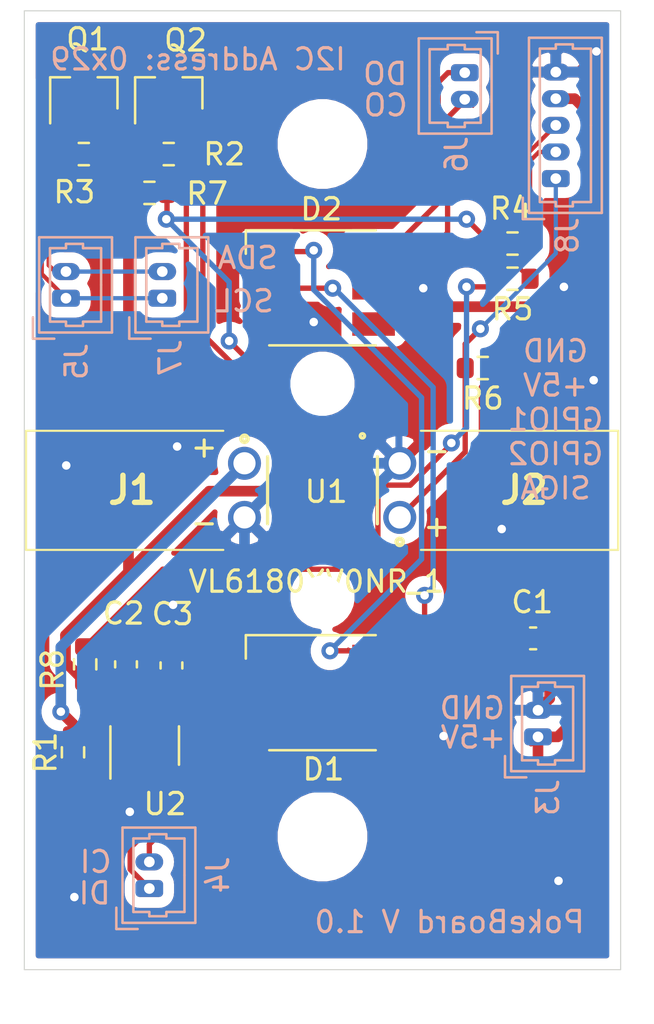
<source format=kicad_pcb>
(kicad_pcb (version 20240108) (generator "pcbnew") (generator_version "8.0")
  (layers (0 "F.Cu" signal) (31 "B.Cu" signal) (34 "B.Paste" user) (35 "F.Paste" user) (36 "B.SilkS" user "B.Silkscreen") (37 "F.SilkS" user "F.Silkscreen") (38 "B.Mask" user) (39 "F.Mask" user) (44 "Edge.Cuts" user))
  (net 0 "")
  (net 1 "GND")
  (net 2 "+2V8")
  (net 3 "+5V")
  (net 4 "Net-(D1-Pad6)")
  (net 5 "Net-(D1-Pad5)")
  (net 6 "CI")
  (net 7 "DI")
  (net 8 "DO")
  (net 9 "CO")
  (net 10 "GPIO1")
  (net 11 "GPIO0")
  (net 12 "Sig_A")
  (net 13 "SDA")
  (net 14 "SCL")
  (net 15 "SDA_LV")
  (net 16 "SCL_LV")
  (net 17 "Net-(J1-Pad1)")
  (net 18 "Net-(R4-Pad2)")
  (net 19 "Net-(R5-Pad2)")
  (net 20 "Net-(U1-Pad2)")
  (net 21 "Net-(U1-Pad3)")
  (net 22 "Net-(U1-Pad7)")
  (net 23 "Net-(U1-Pad11)")
  (net 24 "Net-(U2-Pad4)")
  (footprint "Capacitor_SMD:C_0603_1608Metric" (layer "F.Cu") (at 4.7752 30.6705 90)
    (property "Reference" "C2" (at 2.39044 -0.1143 180) (layer "F.SilkS"))
    (property "Value" "10uF")
    (pad "1" smd roundrect (at -0.775 0 90) (size 0.9 0.95) (layers "F.Cu" "F.Paste" "F.Mask") (net 2 "+2V8"))
    (pad "2" smd roundrect (at 0.775 0 90) (size 0.9 0.95) (layers "F.Cu" "F.Paste" "F.Mask") (net 1 "GND"))
  )
  (footprint "Package_TO_SOT_SMD:SOT-23" (layer "F.Cu") (at 2.794 3.87858 90)
    (property "Reference" "Q1" (at 2.54508 0.1778 180) (layer "F.SilkS"))
    (property "Value" "BSS138")
    (pad "1" smd rect (at -1 -0.95 90) (size 0.9 0.8) (layers "F.Cu" "F.Paste" "F.Mask") (net 2 "+2V8"))
    (pad "2" smd rect (at -1 0.95 90) (size 0.9 0.8) (layers "F.Cu" "F.Paste" "F.Mask") (net 16 "SCL_LV"))
    (pad "3" smd rect (at 1 0 90) (size 0.9 0.8) (layers "F.Cu" "F.Paste" "F.Mask") (net 14 "SCL"))
  )
  (footprint "Resistor_SMD:R_0603_1608Metric" (layer "F.Cu") (at 2.286 34.7985 90)
    (property "Reference" "R1" (at -0.0122 -1.2954 90) (layer "F.SilkS"))
    (property "Value" "220R")
    (pad "1" smd roundrect (at -0.825 0 90) (size 0.8 0.95) (layers "F.Cu" "F.Paste" "F.Mask") (net 3 "+5V"))
    (pad "2" smd roundrect (at 0.825 0 90) (size 0.8 0.95) (layers "F.Cu" "F.Paste" "F.Mask") (net 17 "Net-(J1-Pad1)"))
  )
  (footprint "Resistor_SMD:R_0603_1608Metric" (layer "F.Cu") (at 22.9235 10.922 180)
    (property "Reference" "R4" (at 0.0889 1.6383 0) (layer "F.SilkS"))
    (property "Value" "10K")
    (pad "1" smd roundrect (at -0.825 0 180) (size 0.8 0.95) (layers "F.Cu" "F.Paste" "F.Mask") (net 11 "GPIO0"))
    (pad "2" smd roundrect (at 0.825 0 180) (size 0.8 0.95) (layers "F.Cu" "F.Paste" "F.Mask") (net 18 "Net-(R4-Pad2)"))
  )
  (footprint "SamacSys_Parts:SSW-102-XX-YYY-S-RA" (layer "F.Cu") (at 10.3378 21.2344 -90)
    (property "Reference" "J1" (at 1.2573 5.2832 180) (layer "F.SilkS") (effects (font (size 1.27 1.27) (thickness 0.254))))
    (property "Value" "SSW-102-02-T-S-RA" (hide yes))
    (pad "1" thru_hole circle (at 0 0 270) (size 1.55 1.55) (drill 1.04) (layers "*.Cu" "*.Mask") (net 17 "Net-(J1-Pad1)"))
    (pad "2" thru_hole circle (at 2.54 0 270) (size 1.55 1.55) (drill 1.04) (layers "*.Cu" "*.Mask") (net 1 "GND"))
  )
  (footprint "Capacitor_SMD:C_0603_1608Metric" (layer "F.Cu") (at 6.9088 30.7213 90)
    (property "Reference" "C3" (at 2.413 0.0508 180) (layer "F.SilkS"))
    (property "Value" "100nF")
    (pad "1" smd roundrect (at -0.775 0 90) (size 0.9 0.95) (layers "F.Cu" "F.Paste" "F.Mask") (net 2 "+2V8"))
    (pad "2" smd roundrect (at 0.775 0 90) (size 0.9 0.95) (layers "F.Cu" "F.Paste" "F.Mask") (net 1 "GND"))
  )
  (footprint "Resistor_SMD:R_0603_1608Metric" (layer "F.Cu") (at 6.7818 6.72338)
    (property "Reference" "R2" (at 2.6035 0.00762 180) (layer "F.SilkS"))
    (property "Value" "10K")
    (pad "1" smd roundrect (at -0.825 0) (size 0.8 0.95) (layers "F.Cu" "F.Paste" "F.Mask") (net 2 "+2V8"))
    (pad "2" smd roundrect (at 0.825 0) (size 0.8 0.95) (layers "F.Cu" "F.Paste" "F.Mask") (net 15 "SDA_LV"))
  )
  (footprint "Resistor_SMD:R_0603_1608Metric" (layer "F.Cu") (at 2.794 6.72338)
    (property "Reference" "R3" (at -0.4445 1.78562 180) (layer "F.SilkS"))
    (property "Value" "10K")
    (pad "1" smd roundrect (at -0.825 0) (size 0.8 0.95) (layers "F.Cu" "F.Paste" "F.Mask") (net 2 "+2V8"))
    (pad "2" smd roundrect (at 0.825 0) (size 0.8 0.95) (layers "F.Cu" "F.Paste" "F.Mask") (net 16 "SCL_LV"))
  )
  (footprint "LED_SMD:LED_RGB_5050-6" (layer "F.Cu") (at 14 13)
    (property "Reference" "D2" (at -0.0554 -3.6909 180) (layer "F.SilkS"))
    (property "Value" "DotstarWhite")
    (pad "1" smd rect (at -2.4 -1.7 90) (size 1.1 2) (layers "F.Cu" "F.Mask") (net 4 "Net-(D1-Pad6)"))
    (pad "2" smd rect (at -2.4 0 90) (size 1.1 2) (layers "F.Cu" "F.Mask") (net 5 "Net-(D1-Pad5)"))
    (pad "3" smd rect (at -2.4 1.7 90) (size 1.1 2) (layers "F.Cu" "F.Mask") (net 1 "GND"))
    (pad "4" smd rect (at 2.4 1.7 90) (size 1.1 2) (layers "F.Cu" "F.Mask") (net 3 "+5V"))
    (pad "5" smd rect (at 2.4 0 90) (size 1.1 2) (layers "F.Cu" "F.Mask") (net 9 "CO"))
    (pad "6" smd rect (at 2.4 -1.7 90) (size 1.1 2) (layers "F.Cu" "F.Mask") (net 8 "DO"))
  )
  (footprint "MountingHole:MountingHole_3.2mm_M3" (layer "F.Cu") (at 14 38.75)
    (property "Reference" "Mount2" (hide yes))
    (property "Value" "MountingHole_3.2mm_M3")
    (pad "" np_thru_hole circle (at 0 0) (size 3.2 3.2) (drill 3.2) (layers "*.Cu" "*.Mask"))
  )
  (footprint "MountingHole:MountingHole_3.2mm_M3" (layer "F.Cu") (at 14 6.25)
    (property "Reference" "Mount1" (hide yes))
    (property "Value" "MountingHole_3.2mm_M3")
    (pad "" np_thru_hole circle (at 0 0) (size 3.2 3.2) (drill 3.2) (layers "*.Cu" "*.Mask"))
  )
  (footprint "SamacSys_Parts:SSW-102-XX-YYY-S-RA" (layer "F.Cu") (at 17.6276 23.7744 90)
    (property "Reference" "J2" (at 1.2827 5.842 180) (layer "F.SilkS") (effects (font (size 1.27 1.27) (thickness 0.254))))
    (property "Value" "SSW-102-02-T-S-RA" (hide yes))
    (pad "1" thru_hole circle (at 0 0 90) (size 1.55 1.55) (drill 1.04) (layers "*.Cu" "*.Mask") (net 12 "Sig_A"))
    (pad "2" thru_hole circle (at 2.54 0 90) (size 1.55 1.55) (drill 1.04) (layers "*.Cu" "*.Mask") (net 1 "GND"))
  )
  (footprint "Resistor_SMD:R_0603_1608Metric" (layer "F.Cu") (at 2.8575 30.6705 90)
    (property "Reference" "R8" (at -0.254 -1.5367 90) (layer "F.SilkS"))
    (property "Value" "47K")
    (pad "1" smd roundrect (at -0.825 0 90) (size 0.8 0.95) (layers "F.Cu" "F.Paste" "F.Mask") (net 2 "+2V8"))
    (pad "2" smd roundrect (at 0.825 0 90) (size 0.8 0.95) (layers "F.Cu" "F.Paste" "F.Mask") (net 19 "Net-(R5-Pad2)"))
  )
  (footprint "Resistor_SMD:R_0603_1608Metric" (layer "F.Cu") (at 5.87502 8.54456)
    (property "Reference" "R7" (at 2.71018 0.02794 0) (layer "F.SilkS"))
    (property "Value" "47K")
    (pad "1" smd roundrect (at -0.825 0) (size 0.8 0.95) (layers "F.Cu" "F.Paste" "F.Mask") (net 2 "+2V8"))
    (pad "2" smd roundrect (at 0.825 0) (size 0.8 0.95) (layers "F.Cu" "F.Paste" "F.Mask") (net 18 "Net-(R4-Pad2)"))
  )
  (footprint "Capacitor_SMD:C_0603_1608Metric" (layer "F.Cu") (at 23.89124 29.4513)
    (property "Reference" "C1" (at -0.04064 -1.7018 0) (layer "F.SilkS"))
    (property "Value" "10uF")
    (pad "1" smd roundrect (at -0.775 0) (size 0.9 0.95) (layers "F.Cu" "F.Paste" "F.Mask") (net 3 "+5V"))
    (pad "2" smd roundrect (at 0.775 0) (size 0.9 0.95) (layers "F.Cu" "F.Paste" "F.Mask") (net 1 "GND"))
  )
  (footprint "Resistor_SMD:R_0603_1608Metric" (layer "F.Cu") (at 21.5265 16.764 180)
    (property "Reference" "R6" (at 0 -1.43 0) (layer "F.SilkS"))
    (property "Value" "10K")
    (pad "1" smd roundrect (at -0.825 0 180) (size 0.8 0.95) (layers "F.Cu" "F.Paste" "F.Mask") (net 3 "+5V"))
    (pad "2" smd roundrect (at 0.825 0 180) (size 0.8 0.95) (layers "F.Cu" "F.Paste" "F.Mask") (net 12 "Sig_A"))
  )
  (footprint "Resistor_SMD:R_0603_1608Metric" (layer "F.Cu") (at 22.9235 12.573 180)
    (property "Reference" "R5" (at 0 -1.43 0) (layer "F.SilkS"))
    (property "Value" "10K")
    (pad "1" smd roundrect (at -0.825 0 180) (size 0.8 0.95) (layers "F.Cu" "F.Paste" "F.Mask") (net 10 "GPIO1"))
    (pad "2" smd roundrect (at 0.825 0 180) (size 0.8 0.95) (layers "F.Cu" "F.Paste" "F.Mask") (net 19 "Net-(R5-Pad2)"))
  )
  (footprint "MountingHole:MountingHole_2mm" (layer "F.Cu") (at 14 17.5)
    (property "Reference" "REF**" (hide yes))
    (property "Value" "MountingHole_2mm")
    (pad "" np_thru_hole circle (at 0 0) (size 2 2) (drill 2) (layers "*.Cu" "*.Mask"))
  )
  (footprint "MountingHole:MountingHole_2mm" (layer "F.Cu") (at 14 27.5)
    (property "Reference" "REF**" (hide yes))
    (property "Value" "MountingHole_2mm")
    (pad "" np_thru_hole circle (at 0 0) (size 2 2) (drill 2) (layers "*.Cu" "*.Mask"))
  )
  (footprint "RatPub:VL6180XV0NR&slash_1" (layer "F.Cu") (at 14 22.5 -90)
    (property "Reference" "U1" (at 0.0679 -0.1732 0) (layer "F.SilkS"))
    (property "Value" "VL6180XV0NR_1" (at 4.2843 0.284 0) (layer "F.SilkS"))
    (pad "1" smd rect (at -1.2446 -1.875 270) (size 1.016 0.508) (layers "F.Cu" "F.Paste" "F.Mask") (net 19 "Net-(R5-Pad2)"))
    (pad "2" smd rect (at -1.2446 -1.124999 270) (size 1.016 0.508) (layers "F.Cu" "F.Paste" "F.Mask") (net 20 "Net-(U1-Pad2)"))
    (pad "3" smd rect (at -1.2446 -0.375001 270) (size 1.016 0.508) (layers "F.Cu" "F.Paste" "F.Mask") (net 21 "Net-(U1-Pad3)"))
    (pad "4" smd rect (at -1.2446 0.375001 270) (size 1.016 0.508) (layers "F.Cu" "F.Paste" "F.Mask") (net 18 "Net-(R4-Pad2)"))
    (pad "5" smd rect (at -1.2446 1.124999 270) (size 1.016 0.508) (layers "F.Cu" "F.Paste" "F.Mask") (net 16 "SCL_LV"))
    (pad "6" smd rect (at -1.2446 1.875 270) (size 1.016 0.508) (layers "F.Cu" "F.Paste" "F.Mask") (net 15 "SDA_LV"))
    (pad "7" smd rect (at 1.2446 1.875 270) (size 1.016 0.508) (layers "F.Cu" "F.Paste" "F.Mask") (net 22 "Net-(U1-Pad7)"))
    (pad "8" smd rect (at 1.2446 1.124999 270) (size 1.016 0.508) (layers "F.Cu" "F.Paste" "F.Mask") (net 2 "+2V8"))
    (pad "9" smd rect (at 1.2446 0.375001 270) (size 1.016 0.508) (layers "F.Cu" "F.Paste" "F.Mask") (net 1 "GND"))
    (pad "10" smd rect (at 1.2446 -0.375001 270) (size 1.016 0.508) (layers "F.Cu" "F.Paste" "F.Mask") (net 2 "+2V8"))
    (pad "11" smd rect (at 1.2446 -1.124999 270) (size 1.016 0.508) (layers "F.Cu" "F.Paste" "F.Mask") (net 23 "Net-(U1-Pad11)"))
    (pad "12" smd rect (at 1.2446 -1.875 270) (size 1.016 0.508) (layers "F.Cu" "F.Paste" "F.Mask") (net 1 "GND"))
  )
  (footprint "LED_SMD:LED_RGB_5050-6" (layer "F.Cu") (at 14 32)
    (property "Reference" "D1" (at 0.0462 3.5981 180) (layer "F.SilkS"))
    (property "Value" "DotstarRGB")
    (pad "1" smd rect (at -2.4 -1.7 90) (size 1.1 2) (layers "F.Cu" "F.Mask") (net 7 "DI"))
    (pad "2" smd rect (at -2.4 0 90) (size 1.1 2) (layers "F.Cu" "F.Mask") (net 6 "CI"))
    (pad "3" smd rect (at -2.4 1.7 90) (size 1.1 2) (layers "F.Cu" "F.Mask") (net 1 "GND"))
    (pad "4" smd rect (at 2.4 1.7 90) (size 1.1 2) (layers "F.Cu" "F.Mask") (net 3 "+5V"))
    (pad "5" smd rect (at 2.4 0 90) (size 1.1 2) (layers "F.Cu" "F.Mask") (net 5 "Net-(D1-Pad5)"))
    (pad "6" smd rect (at 2.4 -1.7 90) (size 1.1 2) (layers "F.Cu" "F.Mask") (net 4 "Net-(D1-Pad6)"))
  )
  (footprint "Package_TO_SOT_SMD:SOT-23-5" (layer "F.Cu") (at 5.6515 34.4805 90)
    (property "Reference" "U2" (at -2.7432 0.9525 180) (layer "F.SilkS"))
    (property "Value" "LP5907MFX-2.8")
    (pad "1" smd rect (at -1.1 -0.95 90) (size 1.06 0.65) (layers "F.Cu" "F.Paste" "F.Mask") (net 3 "+5V"))
    (pad "2" smd rect (at -1.1 0 90) (size 1.06 0.65) (layers "F.Cu" "F.Paste" "F.Mask") (net 1 "GND"))
    (pad "3" smd rect (at -1.1 0.95 90) (size 1.06 0.65) (layers "F.Cu" "F.Paste" "F.Mask") (net 3 "+5V"))
    (pad "4" smd rect (at 1.1 0.95 90) (size 1.06 0.65) (layers "F.Cu" "F.Paste" "F.Mask") (net 24 "Net-(U2-Pad4)"))
    (pad "5" smd rect (at 1.1 -0.95 90) (size 1.06 0.65) (layers "F.Cu" "F.Paste" "F.Mask") (net 2 "+2V8"))
  )
  (footprint "Package_TO_SOT_SMD:SOT-23" (layer "F.Cu") (at 6.7818 3.87858 90)
    (property "Reference" "Q2" (at 2.49428 0.7874 180) (layer "F.SilkS"))
    (property "Value" "BSS138")
    (pad "1" smd rect (at -1 -0.95 90) (size 0.9 0.8) (layers "F.Cu" "F.Paste" "F.Mask") (net 2 "+2V8"))
    (pad "2" smd rect (at -1 0.95 90) (size 0.9 0.8) (layers "F.Cu" "F.Paste" "F.Mask") (net 15 "SDA_LV"))
    (pad "3" smd rect (at 1 0 90) (size 0.9 0.8) (layers "F.Cu" "F.Paste" "F.Mask") (net 13 "SDA"))
  )
  (footprint "Connector_Molex:Molex_PicoBlade_53047-0210_1x02_P1.25mm_Vertical" (layer "B.Cu") (at 1.9558 13.48772 90)
    (property "Reference" "J5" (at -2.97148 0.4953 -90) (layer "B.SilkS") (effects (justify mirror)))
    (property "Value" "I2C in")
    (pad "1" thru_hole roundrect (at 0 0 90) (size 0.8 1.3) (drill 0.5) (layers "*.Cu" "*.Mask") (net 14 "SCL"))
    (pad "2" thru_hole oval (at 1.25 0 90) (size 0.8 1.3) (drill 0.5) (layers "*.Cu" "*.Mask") (net 13 "SDA"))
  )
  (footprint "Connector_Molex:Molex_PicoBlade_53047-0210_1x02_P1.25mm_Vertical" (layer "B.Cu") (at 6.477 13.48772 90)
    (property "Reference" "J7" (at -2.79368 0.381 90) (layer "B.SilkS") (effects (justify mirror)))
    (property "Value" "I2C out")
    (pad "1" thru_hole roundrect (at 0 0 90) (size 0.8 1.3) (drill 0.5) (layers "*.Cu" "*.Mask") (net 14 "SCL"))
    (pad "2" thru_hole oval (at 1.25 0 90) (size 0.8 1.3) (drill 0.5) (layers "*.Cu" "*.Mask") (net 13 "SDA"))
  )
  (footprint "Connector_Molex:Molex_PicoBlade_53047-0210_1x02_P1.25mm_Vertical" (layer "B.Cu") (at 5.86994 41.1915 90)
    (property "Reference" "J4" (at 0.6404 3.22326 90) (layer "B.SilkS") (effects (justify mirror)))
    (property "Value" "SPI in")
    (pad "1" thru_hole roundrect (at 0 0 90) (size 0.8 1.3) (drill 0.5) (layers "*.Cu" "*.Mask") (net 7 "DI"))
    (pad "2" thru_hole oval (at 1.25 0 90) (size 0.8 1.3) (drill 0.5) (layers "*.Cu" "*.Mask") (net 6 "CI"))
  )
  (footprint "Connector_Molex:Molex_PicoBlade_53047-0210_1x02_P1.25mm_Vertical" (layer "B.Cu") (at 20.68068 2.90322 -90)
    (property "Reference" "J6" (at 3.84048 0.38608 90) (layer "B.SilkS") (effects (justify mirror)))
    (property "Value" "SPI out")
    (pad "1" thru_hole roundrect (at 0 0 270) (size 0.8 1.3) (drill 0.5) (layers "*.Cu" "*.Mask") (net 8 "DO"))
    (pad "2" thru_hole oval (at 1.25 0 270) (size 0.8 1.3) (drill 0.5) (layers "*.Cu" "*.Mask") (net 9 "CO"))
  )
  (footprint "Connector_Molex:Molex_PicoBlade_53047-0210_1x02_P1.25mm_Vertical" (layer "B.Cu") (at 24.11984 34.0741 90)
    (property "Reference" "J3" (at -2.8448 0.46736 90) (layer "B.SilkS") (effects (justify mirror)))
    (property "Value" "5V power in")
    (pad "1" thru_hole roundrect (at 0 0 90) (size 0.8 1.3) (drill 0.5) (layers "*.Cu" "*.Mask") (net 3 "+5V"))
    (pad "2" thru_hole oval (at 1.25 0 90) (size 0.8 1.3) (drill 0.5) (layers "*.Cu" "*.Mask") (net 1 "GND"))
  )
  (footprint "Connector_Molex:Molex_PicoBlade_53047-0510_1x05_P1.25mm_Vertical" (layer "B.Cu") (at 24.9555 7.874 90)
    (property "Reference" "J8" (at -2.6797 0.5461 90) (layer "B.SilkS") (effects (justify mirror)))
    (property "Value" "Conn_01x03")
    (pad "1" thru_hole roundrect (at 0 0 90) (size 0.8 1.3) (drill 0.5) (layers "*.Cu" "*.Mask") (net 12 "Sig_A"))
    (pad "2" thru_hole oval (at 1.25 0 90) (size 0.8 1.3) (drill 0.5) (layers "*.Cu" "*.Mask") (net 11 "GPIO0"))
    (pad "3" thru_hole oval (at 2.5 0 90) (size 0.8 1.3) (drill 0.5) (layers "*.Cu" "*.Mask") (net 10 "GPIO1"))
    (pad "4" thru_hole oval (at 3.75 0 90) (size 0.8 1.3) (drill 0.5) (layers "*.Cu" "*.Mask") (net 3 "+5V"))
    (pad "5" thru_hole oval (at 5 0 90) (size 0.8 1.3) (drill 0.5) (layers "*.Cu" "*.Mask") (net 1 "GND"))
  )
  (gr_line (start 28 0) (end 28 45) (stroke (width 0.05)) (layer "Edge.Cuts"))
  (gr_line (start 0 0) (end 28 0) (stroke (width 0.05)) (layer "Edge.Cuts"))
  (gr_line (start 0 0) (end 0 45) (stroke (width 0.05)) (layer "Edge.Cuts"))
  (gr_line (start 0 45) (end 28 45) (stroke (width 0.05)) (layer "Edge.Cuts"))
  (gr_text "CO" (at 16.9672 4.4323 0) (layer "B.SilkS") (effects (font (size 1 1)) (justify mirror)))
  (gr_text "SCL" (at 10.3251 13.6271 0) (layer "B.SilkS") (effects (font (size 1 1)) (justify mirror)))
  (gr_text "I2C Address: 0x29" (at 8.1534 2.2733 0) (layer "B.SilkS") (effects (font (size 1 1)) (justify mirror)))
  (gr_text "SDA" (at 10.4902 11.5951 0) (layer "B.SilkS") (effects (font (size 1 1)) (justify mirror)))
  (gr_text "PokeBoard V 1.0\n" (at 19.9644 42.7609 0) (layer "B.SilkS") (effects (font (size 1 1)) (justify mirror)))
  (gr_text "DI" (at 3.302 41.4147 0) (layer "B.SilkS") (effects (font (size 1 1)) (justify mirror)))
  (gr_text "CI" (at 3.3528 39.9415 0) (layer "B.SilkS") (effects (font (size 1 1)) (justify mirror)))
  (gr_text "GND\n+5V\nGPIO1\nGPIO2\nSIGA" (at 24.9428 19.1897 0) (layer "B.SilkS") (effects (font (size 1 1)) (justify mirror)))
  (gr_text "GND" (at 21.0312 32.7279 0) (layer "B.SilkS") (effects (font (size 1 1)) (justify mirror)))
  (gr_text "+5V\n" (at 21.082 34.0995 0) (layer "B.SilkS") (effects (font (size 1 1)) (justify mirror)))
  (gr_text "DO\n" (at 16.9418 2.9591 0) (layer "B.SilkS") (effects (font (size 1 1)) (justify mirror)))
  (gr_text "-" (at 8.4455 24.003 0) (layer "F.SilkS") (effects (font (size 1 1))))
  (gr_text "+" (at 19.3675 24.3205 180) (layer "F.SilkS") (effects (font (size 1 1))))
  (gr_text "-" (at 19.3675 20.7645 180) (layer "F.SilkS") (effects (font (size 1 1))))
  (gr_text "+" (at 8.4455 20.447 0) (layer "F.SilkS") (effects (font (size 1 1))))
  (segment (start 24.14016 32.80378) (end 24.11984 32.8241) (width 0.125) (layer "F.Cu") (net 1))
  (segment (start 24.20364 32.7403) (end 24.11984 32.8241) (width 0.25) (layer "F.Cu") (net 1))
  (segment (start 24.96312 29.15442) (end 24.66624 29.4513) (width 0.125) (layer "F.Cu") (net 1))
  (segment (start 24.45004 29.6675) (end 24.66624 29.4513) (width 0.25) (layer "F.Cu") (net 1))
  (segment (start 11.6 14.7) (end 13.494 14.7) (width 0.25) (layer "F.Cu") (net 1))
  (segment (start 13.116954 25.52851) (end 13.295954 25.70751) (width 0.5) (layer "F.Cu") (net 1))
  (segment (start 5.80136 29.94914) (end 4.7755 29.94914) (width 0.5) (layer "F.Cu") (net 1))
  (segment (start 13.494 14.7) (end 13.589 14.605) (width 0.25) (layer "F.Cu") (net 1))
  (segment (start 5.80136 29.06014) (end 6.985 27.8765) (width 0.5) (layer "F.Cu") (net 1))
  (segment (start 5.6667 35.60354) (end 5.6667 36.8783) (width 0.5) (layer "F.Cu") (net 1))
  (segment (start 11.261901 24.698501) (end 10.3378 23.7744) (width 0.125) (layer "F.Cu") (net 1))
  (segment (start 15.875 25.140898) (end 15.875 23.7446) (width 0.5) (layer "F.Cu") (net 1))
  (segment (start 6.8961 29.94914) (end 5.80136 29.94914) (width 0.5) (layer "F.Cu") (net 1))
  (segment (start 13.576998 24.003) (end 13.651999 23.927999) (width 0.25) (layer "F.Cu") (net 1))
  (segment (start 5.6667 35.60354) (end 5.6667 36.25854) (width 0.125) (layer "F.Cu") (net 1))
  (segment (start 11.524401 24.961001) (end 10.3378 23.7744) (width 0.5) (layer "F.Cu") (net 1))
  (segment (start 13.0175 35.3695) (end 18.3515 35.3695) (width 0.5) (layer "F.Cu") (net 1))
  (segment (start 5.67436 29.94914) (end 4.7755 29.94914) (width 0.25) (layer "F.Cu") (net 1))
  (segment (start 18.3515 35.3695) (end 19.685 34.036) (width 0.5) (layer "F.Cu") (net 1))
  (segment (start 24.66624 29.4513) (end 24.66624 29.2484) (width 0.125) (layer "F.Cu") (net 1))
  (segment (start 11.6 33.7) (end 11.6 33.952) (width 0.5) (layer "F.Cu") (net 1))
  (segment (start 12.09191 25.52851) (end 11.524401 24.961001) (width 0.5) (layer "F.Cu") (net 1))
  (segment (start 13.576998 24.9045) (end 13.608499 24.936001) (width 0.125) (layer "F.Cu") (net 1))
  (segment (start 25.8915 2.874) (end 26.8605 1.905) (width 0.25) (layer "F.Cu") (net 1))
  (segment (start 4.7755 29.94914) (end 4.7117 29.88534) (width 0.5) (layer "F.Cu") (net 1))
  (segment (start 5.80136 29.94914) (end 5.80136 29.06014) (width 0.5) (layer "F.Cu") (net 1))
  (segment (start 13.624999 23.7446) (end 13.583499 23.7861) (width 0.5) (layer "F.Cu") (net 1))
  (segment (start 5.67436 29.18714) (end 6.985 27.8765) (width 0.25) (layer "F.Cu") (net 1))
  (segment (start 10.0711 23.5077) (end 10.3378 23.7744) (width 0.125) (layer "F.Cu") (net 1))
  (segment (start 5.6667 36.8783) (end 4.953 37.592) (width 0.5) (layer "F.Cu") (net 1))
  (segment (start 6.8961 29.94914) (end 5.67436 29.94914) (width 0.25) (layer "F.Cu") (net 1))
  (segment (start 13.583499 25.061965) (end 13.116954 25.52851) (width 0.5) (layer "F.Cu") (net 1))
  (segment (start 10.3378 23.7744) (end 11.499401 24.936001) (width 0.25) (layer "F.Cu") (net 1))
  (segment (start 17.6276 21.444399) (end 17.6276 21.2344) (width 0.25) (layer "F.Cu") (net 1))
  (segment (start 13.583499 23.7861) (end 13.583499 25.061965) (width 0.5) (layer "F.Cu") (net 1))
  (segment (start 24.9555 2.874) (end 25.8915 2.874) (width 0.25) (layer "F.Cu") (net 1))
  (segment (start 15.308388 25.70751) (end 15.875 25.140898) (width 0.5) (layer "F.Cu") (net 1))
  (segment (start 11.6 15) (end 12.05 15) (width 0.125) (layer "F.Cu") (net 1))
  (segment (start 11.6 33.952) (end 13.0175 35.3695) (width 0.5) (layer "F.Cu") (net 1))
  (segment (start 24.66624 29.4513) (end 24.66624 32.2777) (width 0.5) (layer "F.Cu") (net 1))
  (segment (start 5.67436 29.94914) (end 5.67436 29.18714) (width 0.25) (layer "F.Cu") (net 1))
  (segment (start 11.524401 24.961001) (end 11.499401 24.936001) (width 0.5) (layer "F.Cu") (net 1))
  (segment (start 12.27091 25.70751) (end 10.3378 23.7744) (width 0.5) (layer "F.Cu") (net 1))
  (segment (start 13.295954 25.70751) (end 15.308388 25.70751) (width 0.5) (layer "F.Cu") (net 1))
  (segment (start 24.11984 32.8241) (end 23.6801 32.8241) (width 0.5) (layer "F.Cu") (net 1))
  (segment (start 11.499401 24.936001) (end 11.96691 25.40351) (width 0.25) (layer "F.Cu") (net 1))
  (segment (start 17.591422 21.2344) (end 17.6276 21.2344) (width 0.125) (layer "F.Cu") (net 1))
  (segment (start 24.66624 32.2777) (end 24.11984 32.8241) (width 0.5) (layer "F.Cu") (net 1))
  (segment (start 13.295954 25.70751) (end 12.27091 25.70751) (width 0.5) (layer "F.Cu") (net 1))
  (via (at 19.685 34.036) (size 0.8) (drill 0.4) (layers "F.Cu" "B.Cu") (net 1))
  (via (at 13.589 14.605) (size 0.8) (drill 0.4) (layers "F.Cu" "B.Cu") (net 1))
  (via (at 1.9685 21.336) (size 0.8) (drill 0.4) (layers "F.Cu" "B.Cu") (net 1))
  (via (at 4.953 37.592) (size 0.8) (drill 0.4) (layers "F.Cu" "B.Cu") (net 1))
  (via (at 26.7335 17.3355) (size 0.8) (drill 0.4) (layers "F.Cu" "B.Cu") (net 1))
  (via (at 22.4155 24.3205) (size 0.8) (drill 0.4) (layers "F.Cu" "B.Cu") (net 1))
  (via (at 18.7325 13.0175) (size 0.8) (drill 0.4) (layers "F.Cu" "B.Cu") (net 1))
  (via (at 7.1755 20.447) (size 0.8) (drill 0.4) (layers "F.Cu" "B.Cu") (net 1))
  (via (at 25.0825 40.8305) (size 0.8) (drill 0.4) (layers "F.Cu" "B.Cu") (net 1))
  (via (at 6.985 27.8765) (size 0.8) (drill 0.4) (layers "F.Cu" "B.Cu") (net 1))
  (via (at 26.8605 1.905) (size 0.8) (drill 0.4) (layers "F.Cu" "B.Cu") (net 1))
  (via (at 2.3495 41.5925) (size 0.8) (drill 0.4) (layers "F.Cu" "B.Cu") (net 1))
  (via (at 25.3365 12.954) (size 0.8) (drill 0.4) (layers "F.Cu" "B.Cu") (net 1))
  (segment (start 26.7335 17.3355) (end 26.7335 30.21044) (width 0.25) (layer "B.Cu") (net 1))
  (segment (start 6.985 27.8765) (end 9.1821 27.8765) (width 0.25) (layer "B.Cu") (net 1))
  (segment (start 10.3378 23.7744) (end 10.3378 29.0322) (width 0.5) (layer "B.Cu") (net 1))
  (segment (start 10.3378 29.0322) (end 10.3378 36.4363) (width 0.5) (layer "B.Cu") (net 1))
  (segment (start 20.8969 32.8241) (end 24.11984 32.8241) (width 0.5) (layer "B.Cu") (net 1))
  (segment (start 17.6276 21.2344) (end 12.8778 21.2344) (width 0.5) (layer "B.Cu") (net 1))
  (segment (start 17.526 18.542) (end 17.526 21.1328) (width 0.2) (layer "B.Cu") (net 1))
  (segment (start 17.6276 21.2344) (end 17.6276 19.277598) (width 0.25) (layer "B.Cu") (net 1))
  (segment (start 10.3378 36.4363) (end 6.1087 36.4363) (width 0.5) (layer "B.Cu") (net 1))
  (segment (start 10.16 36.2585) (end 10.3378 36.4363) (width 0.5) (layer "B.Cu") (net 1))
  (segment (start 26.7335 30.21044) (end 24.11984 32.8241) (width 0.25) (layer "B.Cu") (net 1))
  (segment (start 9.1821 27.8765) (end 10.3378 29.0322) (width 0.25) (layer "B.Cu") (net 1))
  (segment (start 19.685 34.036) (end 20.8969 32.8241) (width 0.5) (layer "B.Cu") (net 1))
  (segment (start 17.526 21.1328) (end 17.6276 21.2344) (width 0.2) (layer "B.Cu") (net 1))
  (segment (start 17.2847 36.4363) (end 19.685 34.036) (width 0.5) (layer "B.Cu") (net 1))
  (segment (start 12.8778 21.2344) (end 10.3378 23.7744) (width 0.5) (layer "B.Cu") (net 1))
  (segment (start 26.7335 1.905) (end 26.7335 17.3355) (width 0.25) (layer "B.Cu") (net 1))
  (segment (start 6.1087 36.4363) (end 4.953 37.592) (width 0.5) (layer "B.Cu") (net 1))
  (segment (start 13.589 14.605) (end 17.526 18.542) (width 0.2) (layer "B.Cu") (net 1))
  (segment (start 10.3378 36.4363) (end 17.2847 36.4363) (width 0.5) (layer "B.Cu") (net 1))
  (segment (start 26.8605 1.905) (end 26.7335 1.905) (width 0.25) (layer "B.Cu") (net 1))
  (segment (start 13.589 15.238998) (end 13.589 14.605) (width 0.25) (layer "B.Cu") (net 1))
  (segment (start 4.17576 31.54426) (end 2.90626 31.54426) (width 0.2) (layer "F.Cu") (net 2))
  (segment (start 5.8318 6.030879) (end 5.9568 6.155879) (width 0.125) (layer "F.Cu") (net 2))
  (segment (start 5.9568 6.72338) (end 5.9568 4.5598) (width 0.5) (layer "F.Cu") (net 2))
  (segment (start 4.7117 31.43534) (end 6.8323 31.43534) (width 0.25) (layer "F.Cu") (net 2))
  (segment (start 14.2117 23.2547) (end 14.327 23.37) (width 0.125) (layer "F.Cu") (net 2))
  (segment (start 8.67664 22.5425) (end 8.59282 22.62632) (width 0.25) (layer "F.Cu") (net 2))
  (segment (start 1.93249 30.57049) (end 1.93249 29.30099) (width 0.5) (layer "F.Cu") (net 2))
  (segment (start 4.8895 26.32964) (end 8.59282 22.62632) (width 0.5) (layer "F.Cu") (net 2))
  (segment (start 8.450592 22.80639) (end 8.456101 22.811899) (width 0.125) (layer "F.Cu") (net 2))
  (segment (start 8.67664 22.5425) (end 10.881902 22.5425) (width 0.5) (layer "F.Cu") (net 2))
  (segment (start 12.875001 23.7446) (end 12.875001 22.7366) (width 0.5) (layer "F.Cu") (net 2))
  (segment (start 5.05002 8.54456) (end 5.05002 7.63016) (width 0.5) (layer "F.Cu") (net 2))
  (segment (start 14.327 23.226) (end 14.327 24.003) (width 0.5) (layer "F.Cu") (net 2))
  (segment (start 14.327 23.37) (end 14.327 24.003) (width 0.125) (layer "F.Cu") (net 2))
  (segment (start 1.844 6.218379) (end 1.969 6.343379) (width 0.5) (layer "F.Cu") (net 2))
  (segment (start 5.8318 4.87858) (end 5.8318 6.59838) (width 0.125) (layer "F.Cu") (net 2))
  (segment (start 12.680901 22.5425) (end 12.5095 22.5425) (width 0.5) (layer "F.Cu") (net 2))
  (segment (start 4.7117 31.43534) (end 4.28468 31.43534) (width 0.25) (layer "F.Cu") (net 2))
  (segment (start 4.7167 31.44034) (end 4.7117 31.43534) (width 0.5) (layer "F.Cu") (net 2))
  (segment (start 6.89246 31.4955) (end 6.8961 31.49914) (width 0.5) (layer "F.Cu") (net 2))
  (segment (start 5.05002 8.54456) (end 3.79018 8.54456) (width 0.5) (layer "F.Cu") (net 2))
  (segment (start 2.8575 31.4955) (end 6.89246 31.4955) (width 0.5) (layer "F.Cu") (net 2))
  (segment (start 4.28468 31.43534) (end 4.17576 31.54426) (width 0.25) (layer "F.Cu") (net 2))
  (segment (start 10.881902 22.5425) (end 12.5095 22.5425) (width 0.5) (layer "F.Cu") (net 2))
  (segment (start 5.05002 7.63016) (end 5.9568 6.72338) (width 0.5) (layer "F.Cu") (net 2))
  (segment (start 8.407241 22.811899) (end 8.30707 22.91207) (width 0.125) (layer "F.Cu") (net 2))
  (segment (start 1.844 4.85318) (end 1.844 6.57298) (width 0.5) (layer "F.Cu") (net 2))
  (segment (start 2.8575 31.4955) (end 1.93249 30.57049) (width 0.5) (layer "F.Cu") (net 2))
  (segment (start 3.79018 8.54456) (end 1.969 6.72338) (width 0.5) (layer "F.Cu") (net 2))
  (segment (start 8.456101 22.811899) (end 8.407241 22.811899) (width 0.125) (layer "F.Cu") (net 2))
  (segment (start 4.8895 8.70508) (end 5.05002 8.54456) (width 0.5) (layer "F.Cu") (net 2))
  (segment (start 6.8961 31.49914) (end 5.267122 31.49914) (width 0.125) (layer "F.Cu") (net 2))
  (segment (start 4.77164 8.26618) (end 5.05002 8.54456) (width 0.125) (layer "F.Cu") (net 2))
  (segment (start 6.8323 31.43534) (end 6.8961 31.49914) (width 0.25) (layer "F.Cu") (net 2))
  (segment (start 2.90626 31.54426) (end 2.8575 31.4955) (width 0.2) (layer "F.Cu") (net 2))
  (segment (start 14.097 22.5425) (end 14.375001 22.820501) (width 0.5) (layer "F.Cu") (net 2))
  (segment (start 14.375001 22.820501) (end 14.375001 23.7446) (width 0.5) (layer "F.Cu") (net 2))
  (segment (start 8.59282 22.62632) (end 8.30707 22.91207) (width 0.25) (layer "F.Cu") (net 2))
  (segment (start 4.8895 26.34398) (end 4.8895 26.32964) (width 0.5) (layer "F.Cu") (net 2))
  (segment (start 12.5095 22.5425) (end 14.097 22.5425) (width 0.5) (layer "F.Cu") (net 2))
  (segment (start 4.7167 33.40354) (end 4.7167 31.44034) (width 0.5) (layer "F.Cu") (net 2))
  (segment (start 4.8895 26.34398) (end 4.8895 8.70508) (width 0.5) (layer "F.Cu") (net 2))
  (segment (start 12.875001 22.7366) (end 12.680901 22.5425) (width 0.5) (layer "F.Cu") (net 2))
  (segment (start 8.407241 22.811899) (end 8.407241 22.834759) (width 0.25) (layer "F.Cu") (net 2))
  (segment (start 1.93249 29.30099) (end 4.8895 26.34398) (width 0.5) (layer "F.Cu") (net 2))
  (segment (start 23.79464 34.3993) (end 24.11984 34.0741) (width 0.25) (layer "F.Cu") (net 3))
  (segment (start 23.11624 29.07822) (end 23.11624 29.4513) (width 0.125) (layer "F.Cu") (net 3))
  (segment (start 23.11624 29.4513) (end 23.11624 28.98138) (width 0.125) (layer "F.Cu") (net 3))
  (segment (start 4.7167 36.1773) (end 3.683 37.211) (width 0.5) (layer "F.Cu") (net 3))
  (segment (start 16.4 33.7) (end 18.58042 33.7) (width 0.5) (layer "F.Cu") (net 3))
  (segment (start 4.7167 35.60354) (end 4.1417 35.60354) (width 0.25) (layer "F.Cu") (net 3))
  (segment (start 24.45412 16.764) (end 24.48256 16.79244) (width 0.25) (layer "F.Cu") (net 3))
  (segment (start 3.683 37.211) (end 3.683 42.3545) (width 0.5) (layer "F.Cu") (net 3))
  (segment (start 4.7167 35.113538) (end 4.7167 35.60354) (width 0.25) (layer "F.Cu") (net 3))
  (segment (start 22.3515 16.764) (end 24.3205 16.764) (width 0.5) (layer "F.Cu") (net 3))
  (segment (start 26.543 28.44138) (end 24.48256 26.38094) (width 0.5) (layer "F.Cu") (net 3))
  (segment (start 20.26085 32.01957) (end 20.42521 31.85521) (width 0.5) (layer "F.Cu") (net 3))
  (segment (start 24.48256 16.92606) (end 24.48256 15.90344) (width 0.5) (layer "F.Cu") (net 3))
  (segment (start 20.81086 31.46956) (end 20.81086 30.05264) (width 0.5) (layer "F.Cu") (net 3))
  (segment (start 24.50412 23.876) (end 24.50756 23.87944) (width 0.25) (layer "F.Cu") (net 3))
  (segment (start 4.7167 35.60354) (end 2.30596 35.60354) (width 0.5) (layer "F.Cu") (net 3))
  (segment (start 25.0444 34.0741) (end 26.543 32.5755) (width 0.5) (layer "F.Cu") (net 3))
  (segment (start 4.7167 34.57354) (end 4.766701 34.523539) (width 0.5) (layer "F.Cu") (net 3))
  (segment (start 17.5895 43.18) (end 24.11984 36.64966) (width 0.5) (layer "F.Cu") (net 3))
  (segment (start 26.797 5.08) (end 26.797 13.589) (width 0.5) (layer "F.Cu") (net 3))
  (segment (start 4.5085 43.18) (end 17.5895 43.18) (width 0.5) (layer "F.Cu") (net 3))
  (segment (start 16.835002 15) (end 16.4 15) (width 0.25) (layer "F.Cu") (net 3))
  (segment (start 3.683 42.3545) (end 4.5085 43.18) (width 0.5) (layer "F.Cu") (net 3))
  (segment (start 6.566699 34.523539) (end 6.6167 34.57354) (width 0.5) (layer "F.Cu") (net 3))
  (segment (start 2.30596 35.60354) (end 2.286 35.6235) (width 0.5) (layer "F.Cu") (net 3))
  (segment (start 16.3558 14.781) (end 16.6878 15.113) (width 0.25) (layer "F.Cu") (net 3))
  (segment (start 26.797 13.589) (end 24.48256 15.90344) (width 0.5) (layer "F.Cu") (net 3))
  (segment (start 24.11984 36.64966) (end 24.11984 34.0741) (width 0.5) (layer "F.Cu") (net 3))
  (segment (start 18.85 14.7) (end 19.66425 13.88575) (width 0.5) (layer "F.Cu") (net 3))
  (segment (start 4.7167 35.8598) (end 4.699 35.8775) (width 0.5) (layer "F.Cu") (net 3))
  (segment (start 24.3205 16.764) (end 24.48256 16.92606) (width 0.5) (layer "F.Cu") (net 3))
  (segment (start 24.48256 24.09494) (end 24.48256 16.92606) (width 0.5) (layer "F.Cu") (net 3))
  (segment (start 24.04575 13.88575) (end 19.66425 13.88575) (width 0.5) (layer "F.Cu") (net 3))
  (segment (start 20.42521 31.85521) (end 20.81086 31.46956) (width 0.5) (layer "F.Cu") (net 3))
  (segment (start 4.7167 35.60354) (end 4.7167 34.57354) (width 0.5) (layer "F.Cu") (net 3))
  (segment (start 24.9555 4.124) (end 25.841 4.124) (width 0.5) (layer "F.Cu") (net 3))
  (segment (start 24.48256 26.38094) (end 24.48256 24.09494) (width 0.5) (layer "F.Cu") (net 3))
  (segment (start 24.50756 24.146219) (end 24.50756 23.87944) (width 0.5) (layer "F.Cu") (net 3))
  (segment (start 24.48256 16.79244) (end 24.48256 24.09494) (width 0.25) (layer "F.Cu") (net 3))
  (segment (start 4.7167 35.60354) (end 4.7167 36.1773) (width 0.5) (layer "F.Cu") (net 3))
  (segment (start 24.48256 15.90344) (end 24.48256 14.31594) (width 0.5) (layer "F.Cu") (net 3))
  (segment (start 24.11984 34.0741) (end 25.0444 34.0741) (width 0.5) (layer "F.Cu") (net 3))
  (segment (start 24.47594 14.31594) (end 24.04575 13.88575) (width 0.5) (layer "F.Cu") (net 3))
  (segment (start 4.766701 34.523539) (end 6.566699 34.523539) (width 0.5) (layer "F.Cu") (net 3))
  (segment (start 4.7167 35.60354) (end 4.7167 35.8598) (width 0.5) (layer "F.Cu") (net 3))
  (segment (start 23.11624 29.4513) (end 22.78888 29.4513) (width 0.125) (layer "F.Cu") (net 3))
  (segment (start 20.81086 30.05264) (end 24.48256 26.38094) (width 0.5) (layer "F.Cu") (net 3))
  (segment (start 25.841 4.124) (end 26.797 5.08) (width 0.5) (layer "F.Cu") (net 3))
  (segment (start 24.48256 24.171219) (end 24.50756 24.146219) (width 0.5) (layer "F.Cu") (net 3))
  (segment (start 24.48256 14.31594) (end 24.47594 14.31594) (width 0.5) (layer "F.Cu") (net 3))
  (segment (start 16.4 14.7) (end 18.85 14.7) (width 0.5) (layer "F.Cu") (net 3))
  (segment (start 22.5149 30.05264) (end 23.11624 29.4513) (width 0.5) (layer "F.Cu") (net 3))
  (segment (start 26.543 32.5755) (end 26.543 28.44138) (width 0.5) (layer "F.Cu") (net 3))
  (segment (start 18.58042 33.7) (end 20.42521 31.85521) (width 0.5) (layer "F.Cu") (net 3))
  (segment (start 6.6167 34.57354) (end 6.6167 35.60354) (width 0.5) (layer "F.Cu") (net 3))
  (segment (start 20.81086 30.05264) (end 22.5149 30.05264) (width 0.5) (layer "F.Cu") (net 3))
  (segment (start 11.6 11.3) (end 13.5285 11.3) (width 0.25) (layer "F.Cu") (net 4))
  (segment (start 16.4 30) (end 15.275 30) (width 0.125) (layer "F.Cu") (net 4))
  (segment (start 16.3645 30.0355) (end 16.4 30) (width 0.25) (layer "F.Cu") (net 4))
  (segment (start 14.351 30.0355) (end 16.3645 30.0355) (width 0.25) (layer "F.Cu") (net 4))
  (segment (start 15.275 30) (end 15.212499 29.937499) (width 0.125) (layer "F.Cu") (net 4))
  (segment (start 16.4 30) (end 15.95 30) (width 0.125) (layer "F.Cu") (net 4))
  (segment (start 13.5285 11.3) (end 13.589 11.2395) (width 0.25) (layer "F.Cu") (net 4))
  (via (at 13.589 11.2395) (size 0.8) (drill 0.4) (layers "F.Cu" "B.Cu") (net 4))
  (via (at 14.351 30.0355) (size 0.8) (drill 0.4) (layers "F.Cu" "B.Cu") (net 4))
  (segment (start 13.589 13.090504) (end 18.652601 18.154105) (width 0.25) (layer "B.Cu") (net 4))
  (segment (start 18.652601 18.154105) (end 18.652601 25.733899) (width 0.25) (layer "B.Cu") (net 4))
  (segment (start 18.652601 25.733899) (end 14.351 30.0355) (width 0.25) (layer "B.Cu") (net 4))
  (segment (start 13.589 11.2395) (end 13.589 13.090504) (width 0.25) (layer "B.Cu") (net 4))
  (segment (start 18.796 30.854) (end 17.65 32) (width 0.25) (layer "F.Cu") (net 5))
  (segment (start 18.542 27.432) (end 18.796 27.432) (width 0.25) (layer "F.Cu") (net 5))
  (segment (start 11.6175 13.0175) (end 11.6 13) (width 0.25) (layer "F.Cu") (net 5))
  (segment (start 17.65 32) (end 16.4 32) (width 0.25) (layer "F.Cu") (net 5))
  (segment (start 18.796 27.432) (end 18.796 30.854) (width 0.25) (layer "F.Cu") (net 5))
  (segment (start 14.478 13.0175) (end 11.6175 13.0175) (width 0.25) (layer "F.Cu") (net 5))
  (segment (start 16.4 31.7) (end 16.71957 32.01957) (width 0.5) (layer "F.Cu") (net 5))
  (segment (start 11.692 13.208) (end 11.6 13.3) (width 0.25) (layer "F.Cu") (net 5))
  (via (at 14.478 13.0175) (size 0.8) (drill 0.4) (layers "F.Cu" "B.Cu") (net 5))
  (via (at 18.796 27.432) (size 0.8) (drill 0.4) (layers "F.Cu" "B.Cu") (net 5))
  (segment (start 19.195999 27.032001) (end 19.195999 18.687999) (width 0.25) (layer "B.Cu") (net 5))
  (segment (start 18.796 27.432) (end 19.195999 27.032001) (width 0.25) (layer "B.Cu") (net 5))
  (segment (start 14.5415 13.0175) (end 14.478 13.0175) (width 0.25) (layer "B.Cu") (net 5))
  (segment (start 19.195999 17.671999) (end 14.5415 13.0175) (width 0.25) (layer "B.Cu") (net 5))
  (segment (start 19.195999 18.687999) (end 19.195999 17.671999) (width 0.25) (layer "B.Cu") (net 5))
  (segment (start 8.89 33.0835) (end 9.9735 32) (width 0.25) (layer "F.Cu") (net 6))
  (segment (start 9.9735 32) (end 11.228236 32) (width 0.2) (layer "F.Cu") (net 6))
  (segment (start 5.86994 39.116) (end 8.89 36.09594) (width 0.25) (layer "F.Cu") (net 6))
  (segment (start 8.89 33.0835) (end 8.89 36.09594) (width 0.25) (layer "F.Cu") (net 6))
  (segment (start 11.228236 32) (end 11.414118 32.185882) (width 0.2) (layer "F.Cu") (net 6))
  (segment (start 5.86994 39.9415) (end 5.86994 39.116) (width 0.25) (layer "F.Cu") (net 6))
  (segment (start 11.6 32) (end 9.9735 32) (width 0.25) (layer "F.Cu") (net 6))
  (segment (start 5.86994 41.022364) (end 5.86994 41.1915) (width 0.125) (layer "F.Cu") (net 7))
  (segment (start 8.1915 31.623) (end 9.5145 30.3) (width 0.25) (layer "F.Cu") (net 7))
  (segment (start 5.86994 41.1915) (end 4.96993 40.29149) (width 0.25) (layer "F.Cu") (net 7))
  (segment (start 4.96993 39.28957) (end 8.1915 36.068) (width 0.25) (layer "F.Cu") (net 7))
  (segment (start 4.96993 40.29149) (end 4.96993 39.28957) (width 0.25) (layer "F.Cu") (net 7))
  (segment (start 8.1915 36.068) (end 8.1915 31.623) (width 0.25) (layer "F.Cu") (net 7))
  (segment (start 9.5145 30.3) (end 11.6 30.3) (width 0.25) (layer "F.Cu") (net 7))
  (segment (start 19.431 3.3655) (end 19.89328 2.90322) (width 0.25) (layer "F.Cu") (net 8))
  (segment (start 17.148 11.3) (end 19.431 9.017) (width 0.25) (layer "F.Cu") (net 8))
  (segment (start 19.89328 2.90322) (end 20.68068 2.90322) (width 0.25) (layer "F.Cu") (net 8))
  (segment (start 19.431 9.017) (end 19.431 3.3655) (width 0.25) (layer "F.Cu") (net 8))
  (segment (start 16.4 11.3) (end 17.148 11.3) (width 0.25) (layer "F.Cu") (net 8))
  (segment (start 20.68068 4.15322) (end 20.68068 4.21132) (width 0.25) (layer "F.Cu") (net 9))
  (segment (start 17.2895 13) (end 16.4 13) (width 0.25) (layer "F.Cu") (net 9))
  (segment (start 19.8755 5.0165) (end 19.8755 10.414) (width 0.25) (layer "F.Cu") (net 9))
  (segment (start 16.4 13) (end 16.718 13) (width 0.25) (layer "F.Cu") (net 9))
  (segment (start 19.8755 10.414) (end 17.2895 13) (width 0.25) (layer "F.Cu") (net 9))
  (segment (start 21.06818 4.49754) (end 20.68068 4.11004) (width 0.125) (layer "F.Cu") (net 9))
  (segment (start 16.4 13.3) (end 16.6085 13.3) (width 0.25) (layer "F.Cu") (net 9))
  (segment (start 20.68068 4.21132) (end 19.8755 5.0165) (width 0.25) (layer "F.Cu") (net 9))
  (segment (start 22.72351 7.60599) (end 24.9555 5.374) (width 0.2) (layer "F.Cu") (net 10))
  (segment (start 22.72351 11.54801) (end 22.72351 7.60599) (width 0.2) (layer "F.Cu") (net 10))
  (segment (start 23.7485 12.573) (end 22.72351 11.54801) (width 0.2) (layer "F.Cu") (net 10))
  (segment (start 24.165134 6.624) (end 24.9555 6.624) (width 0.2) (layer "F.Cu") (net 11))
  (segment (start 23.7485 10.922) (end 23.7485 7.040634) (width 0.2) (layer "F.Cu") (net 11))
  (segment (start 23.7485 7.040634) (end 24.165134 6.624) (width 0.2) (layer "F.Cu") (net 11))
  (segment (start 20.7015 20.7005) (end 17.6276 23.7744) (width 0.25) (layer "F.Cu") (net 12))
  (segment (start 20.7015 15.63551) (end 21.41451 14.9225) (width 0.25) (layer "F.Cu") (net 12))
  (segment (start 20.7015 16.764) (end 20.7015 15.63551) (width 0.25) (layer "F.Cu") (net 12))
  (segment (start 20.779502 16.929502) (end 20.614 16.764) (width 0.25) (layer "F.Cu") (net 12))
  (segment (start 20.7015 16.764) (end 20.7015 20.7005) (width 0.25) (layer "F.Cu") (net 12))
  (segment (start 20.5124 16.6624) (end 20.614 16.764) (width 0.25) (layer "F.Cu") (net 12))
  (via (at 21.41451 14.9225) (size 0.8) (drill 0.4) (layers "F.Cu" "B.Cu") (net 12))
  (segment (start 24.9555 11.38151) (end 21.41451 14.9225) (width 0.2) (layer "B.Cu") (net 12))
  (segment (start 24.9555 7.874) (end 24.9555 11.38151) (width 0.2) (layer "B.Cu") (net 12))
  (segment (start 1.9558 12.23772) (end 1.55786 12.23772) (width 0.25) (layer "F.Cu") (net 13))
  (segment (start 1.143999 4.190001) (end 1.780419 3.553581) (width 0.2) (layer "F.Cu") (net 13))
  (segment (start 1.9558 12.23772) (end 1.44272 12.23772) (width 0.2) (layer "F.Cu") (net 13))
  (segment (start 1.44272 12.23772) (end 1.143999 11.938999) (width 0.2) (layer "F.Cu") (net 13))
  (segment (start 1.780419 3.553581) (end 3.473579 3.553581) (width 0.2) (layer "F.Cu") (net 13))
  (segment (start 1.9558 12.23772) (end 1.9558 12.1793) (width 0.25) (layer "F.Cu") (net 13))
  (segment (start 1.143999 11.938999) (end 1.143999 4.190001) (width 0.2) (layer "F.Cu") (net 13))
  (segment (start 3.473579 3.553581) (end 4.14858 2.87858) (width 0.2) (layer "F.Cu") (net 13))
  (segment (start 4.14858 2.87858) (end 6.7818 2.87858) (width 0.2) (layer "F.Cu") (net 13))
  (segment (start 6.477 12.23772) (end 1.9558 12.23772) (width 0.2) (layer "B.Cu") (net 13))
  (segment (start 1.995786 2.87858) (end 2.794 2.87858) (width 0.2) (layer "F.Cu") (net 14))
  (segment (start 0.818988 4.055378) (end 1.995786 2.87858) (width 0.2) (layer "F.Cu") (net 14))
  (segment (start 0.818988 12.350908) (end 0.818988 4.055378) (width 0.2) (layer "F.Cu") (net 14))
  (segment (start 1.9558 13.48772) (end 0.818988 12.350908) (width 0.2) (layer "F.Cu") (net 14))
  (segment (start 6.477 13.48772) (end 1.9558 13.48772) (width 0.2) (layer "B.Cu") (net 14))
  (segment (start 12.125 20.1965) (end 12.125 19.7647) (width 0.25) (layer "F.Cu") (net 15))
  (segment (start 7.6068 15.0627) (end 7.6068 6.72338) (width 0.25) (layer "F.Cu") (net 15))
  (segment (start 12.125 21.2554) (end 12.125 19.7647) (width 0.25) (layer "F.Cu") (net 15))
  (segment (start 12.125 19.5809) (end 7.6068 15.0627) (width 0.25) (layer "F.Cu") (net 15))
  (segment (start 12.125 19.7647) (end 12.125 19.5809) (width 0.25) (layer "F.Cu") (net 15))
  (segment (start 7.6068 5.649878) (end 7.6068 6.72338) (width 0.125) (layer "F.Cu") (net 15))
  (segment (start 7.6068 6.72338) (end 7.6068 5.00358) (width 0.25) (layer "F.Cu") (net 15))
  (segment (start 8.381801 4.228579) (end 8.138012 3.98479) (width 0.25) (layer "F.Cu") (net 16))
  (segment (start 12.875001 21.2554) (end 12.875001 20.232379) (width 0.25) (layer "F.Cu") (net 16))
  (segment (start 8.138012 3.98479) (end 4.63779 3.98479) (width 0.25) (layer "F.Cu") (net 16))
  (segment (start 3.498188 6.093379) (end 3.619 6.093379) (width 0.25) (layer "F.Cu") (net 16))
  (segment (start 12.875001 19.669501) (end 8.381801 15.176301) (width 0.25) (layer "F.Cu") (net 16))
  (segment (start 8.381801 15.176301) (end 8.381801 14.731801) (width 0.25) (layer "F.Cu") (net 16))
  (segment (start 3.6424 6.093379) (end 3.5174 6.218379) (width 0.25) (layer "F.Cu") (net 16))
  (segment (start 12.875001 20.177501) (end 12.875001 19.669501) (width 0.25) (layer "F.Cu") (net 16))
  (segment (start 4.63779 3.98479) (end 3.744 4.87858) (width 0.25) (layer "F.Cu") (net 16))
  (segment (start 8.381801 14.731801) (end 8.381801 4.228579) (width 0.25) (layer "F.Cu") (net 16))
  (segment (start 3.619 6.69798) (end 3.619 4.97818) (width 0.25) (layer "F.Cu") (net 16))
  (segment (start 12.827 21.164299) (end 12.827 21.5138) (width 0.125) (layer "F.Cu") (net 16))
  (segment (start 12.827 21.5138) (end 12.827 21.116952) (width 0.25) (layer "F.Cu") (net 16))
  (segment (start 2.286 33.4645) (end 1.7145 32.893) (width 0.5) (layer "F.Cu") (net 17))
  (segment (start 2.286 33.9735) (end 2.286 33.4645) (width 0.5) (layer "F.Cu") (net 17))
  (via (at 1.7145 32.893) (size 0.8) (drill 0.4) (layers "F.Cu" "B.Cu") (net 17))
  (segment (start 1.7145 32.893) (end 1.7145 29.8577) (width 0.5) (layer "B.Cu") (net 17))
  (segment (start 1.7145 29.8577) (end 10.3378 21.2344) (width 0.5) (layer "B.Cu") (net 17))
  (segment (start 13.624999 19.500245) (end 9.617967 15.493213) (width 0.25) (layer "F.Cu") (net 18))
  (segment (start 6.70002 9.74648) (end 6.6675 9.779) (width 0.25) (layer "F.Cu") (net 18))
  (segment (start 6.70002 8.54456) (end 6.70002 9.74648) (width 0.25) (layer "F.Cu") (net 18))
  (segment (start 22.0985 10.922) (end 21.90775 10.73125) (width 0.25) (layer "F.Cu") (net 18))
  (segment (start 21.9075 10.922) (end 20.7645 9.779) (width 0.25) (layer "F.Cu") (net 18))
  (segment (start 13.624999 21.2554) (end 13.624999 19.500245) (width 0.25) (layer "F.Cu") (net 18))
  (segment (start 22.0985 10.922) (end 21.9075 10.922) (width 0.25) (layer "F.Cu") (net 18))
  (via (at 9.617967 15.493213) (size 0.8) (drill 0.4) (layers "F.Cu" "B.Cu") (net 18))
  (via (at 20.7645 9.779) (size 0.8) (drill 0.4) (layers "F.Cu" "B.Cu") (net 18))
  (via (at 6.6675 9.779) (size 0.8) (drill 0.4) (layers "F.Cu" "B.Cu") (net 18))
  (segment (start 9.617967 12.729467) (end 9.617967 15.493213) (width 0.25) (layer "B.Cu") (net 18))
  (segment (start 6.6675 9.779) (end 20.7645 9.779) (width 0.25) (layer "B.Cu") (net 18))
  (segment (start 6.6675 9.779) (end 9.617967 12.729467) (width 0.25) (layer "B.Cu") (net 18))
  (segment (start 18.126599 22.259401) (end 20.05149 20.33451) (width 0.25) (layer "F.Cu") (net 19))
  (segment (start 16.602599 25.120421) (end 16.602599 22.2894) (width 0.25) (layer "F.Cu") (net 19))
  (segment (start 20.05149 20.33451) (end 20.05149 20.280977) (width 0.25) (layer "F.Cu") (net 19))
  (segment (start 15.875 21.561801) (end 16.602599 22.2894) (width 0.25) (layer "F.Cu") (net 19))
  (segment (start 18.119601 22.259401) (end 16.632598 22.259401) (width 0.25) (layer "F.Cu") (net 19))
  (segment (start 18.652601 21.726401) (end 18.119601 22.259401) (width 0.25) (layer "F.Cu") (net 19))
  (segment (start 2.8575 29.8455) (end 6.495479 26.207521) (width 0.25) (layer "F.Cu") (net 19))
  (segment (start 15.515499 26.207521) (end 16.602599 25.120421) (width 0.25) (layer "F.Cu") (net 19))
  (segment (start 6.495479 26.207521) (end 15.515499 26.207521) (width 0.25) (layer "F.Cu") (net 19))
  (segment (start 15.875 21.2554) (end 15.875 21.561801) (width 0.25) (layer "F.Cu") (net 19))
  (segment (start 15.826999 21.164299) (end 15.826999 21.5138) (width 0.125) (layer "F.Cu") (net 19))
  (segment (start 20.7645 12.954) (end 21.7175 12.954) (width 0.25) (layer "F.Cu") (net 19))
  (segment (start 16.632598 22.259401) (end 16.602599 22.2894) (width 0.25) (layer "F.Cu") (net 19))
  (segment (start 15.826999 21.5138) (end 15.826999 21.013161) (width 0.125) (layer "F.Cu") (net 19))
  (segment (start 21.7175 12.954) (end 22.0985 12.573) (width 0.25) (layer "F.Cu") (net 19))
  (via (at 20.7645 12.954) (size 0.8) (drill 0.4) (layers "F.Cu" "B.Cu") (net 19))
  (via (at 20.05149 20.280977) (size 0.8) (drill 0.4) (layers "F.Cu" "B.Cu") (net 19))
  (segment (start 20.7645 12.954) (end 20.7645 19.567967) (width 0.25) (layer "B.Cu") (net 19))
  (segment (start 20.7645 19.567967) (end 20.05149 20.280977) (width 0.25) (layer "B.Cu") (net 19))
  (zone (net 1) (net_name "GND") (layer "F.Cu") (connect_pads (clearance 0.508)) (min_thickness 0.254) (fill yes (thermal_gap 0.508) (thermal_bridge_width 0.508))
    (polygon (pts (xy 29.464 -0.1905) (xy 28.8925 47.117) (xy -0.9525 47.5615) (xy -0.5715 -0.508) (xy 29.591 -0.508)))
  )
  (zone (net 1) (net_name "GND") (layer "B.Cu") (connect_pads (clearance 0.508)) (min_thickness 0.254) (fill yes (thermal_gap 0.508) (thermal_bridge_width 0.508))
    (polygon (pts (xy 28.6385 -0.0635) (xy 28.194 46.101) (xy -0.889 45.974) (xy -0.1905 0) (xy 0.381 -0.1905)))
  )
)
</source>
